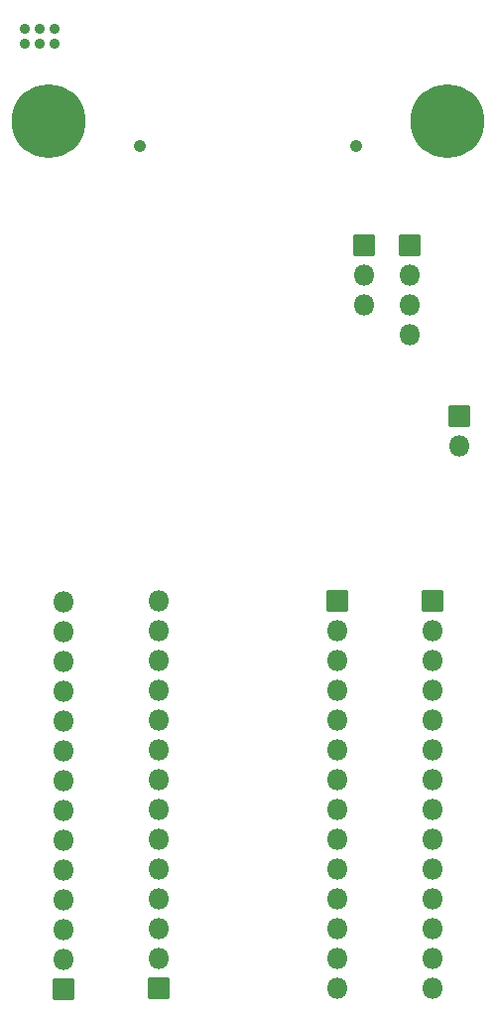
<source format=gbr>
%TF.GenerationSoftware,KiCad,Pcbnew,7.0.1*%
%TF.CreationDate,2023-09-03T17:39:56-04:00*%
%TF.ProjectId,syzygy-breakout-flash-1V8,73797a79-6779-42d6-9272-65616b6f7574,r1.0*%
%TF.SameCoordinates,PX66851e0PY4d70380*%
%TF.FileFunction,Soldermask,Top*%
%TF.FilePolarity,Negative*%
%FSLAX46Y46*%
G04 Gerber Fmt 4.6, Leading zero omitted, Abs format (unit mm)*
G04 Created by KiCad (PCBNEW 7.0.1) date 2023-09-03 17:39:56*
%MOMM*%
%LPD*%
G01*
G04 APERTURE LIST*
G04 Aperture macros list*
%AMRoundRect*
0 Rectangle with rounded corners*
0 $1 Rounding radius*
0 $2 $3 $4 $5 $6 $7 $8 $9 X,Y pos of 4 corners*
0 Add a 4 corners polygon primitive as box body*
4,1,4,$2,$3,$4,$5,$6,$7,$8,$9,$2,$3,0*
0 Add four circle primitives for the rounded corners*
1,1,$1+$1,$2,$3*
1,1,$1+$1,$4,$5*
1,1,$1+$1,$6,$7*
1,1,$1+$1,$8,$9*
0 Add four rect primitives between the rounded corners*
20,1,$1+$1,$2,$3,$4,$5,0*
20,1,$1+$1,$4,$5,$6,$7,0*
20,1,$1+$1,$6,$7,$8,$9,0*
20,1,$1+$1,$8,$9,$2,$3,0*%
G04 Aperture macros list end*
%ADD10RoundRect,0.050800X-0.850000X-0.850000X0.850000X-0.850000X0.850000X0.850000X-0.850000X0.850000X0*%
%ADD11O,1.801600X1.801600*%
%ADD12RoundRect,0.050800X0.850000X0.850000X-0.850000X0.850000X-0.850000X-0.850000X0.850000X-0.850000X0*%
%ADD13C,0.886460*%
%ADD14C,6.301600*%
%ADD15C,1.051600*%
G04 APERTURE END LIST*
D10*
X40534000Y-34427000D03*
D11*
X40534000Y-36967000D03*
D10*
X30120000Y-50180000D03*
D11*
X30120000Y-52720000D03*
X30120000Y-55260000D03*
X30120000Y-57800000D03*
X30120000Y-60340000D03*
X30120000Y-62880000D03*
X30120000Y-65420000D03*
X30120000Y-67960000D03*
X30120000Y-70500000D03*
X30120000Y-73040000D03*
X30120000Y-75580000D03*
X30120000Y-78120000D03*
X30120000Y-80660000D03*
X30120000Y-83200000D03*
D10*
X36298000Y-19892000D03*
D11*
X36298000Y-22432000D03*
X36298000Y-24972000D03*
X36298000Y-27512000D03*
D10*
X32368300Y-19864400D03*
D11*
X32368300Y-22404400D03*
X32368300Y-24944400D03*
D12*
X14877200Y-83200000D03*
D11*
X14877200Y-80660000D03*
X14877200Y-78120000D03*
X14877200Y-75580000D03*
X14877200Y-73040000D03*
X14877200Y-70500000D03*
X14877200Y-67960000D03*
X14877200Y-65420000D03*
X14877200Y-62880000D03*
X14877200Y-60340000D03*
X14877200Y-57800000D03*
X14877200Y-55260000D03*
X14877200Y-52720000D03*
X14877200Y-50180000D03*
D10*
X38248000Y-50180000D03*
D11*
X38248000Y-52720000D03*
X38248000Y-55260000D03*
X38248000Y-57800000D03*
X38248000Y-60340000D03*
X38248000Y-62880000D03*
X38248000Y-65420000D03*
X38248000Y-67960000D03*
X38248000Y-70500000D03*
X38248000Y-73040000D03*
X38248000Y-75580000D03*
X38248000Y-78120000D03*
X38248000Y-80660000D03*
X38248000Y-83200000D03*
D12*
X6749200Y-83290400D03*
D11*
X6749200Y-80750400D03*
X6749200Y-78210400D03*
X6749200Y-75670400D03*
X6749200Y-73130400D03*
X6749200Y-70590400D03*
X6749200Y-68050400D03*
X6749200Y-65510400D03*
X6749200Y-62970400D03*
X6749200Y-60430400D03*
X6749200Y-57890400D03*
X6749200Y-55350400D03*
X6749200Y-52810400D03*
X6749200Y-50270400D03*
D13*
X5987200Y-1477000D03*
X5987200Y-2747000D03*
X4717200Y-1477000D03*
X4717200Y-2747000D03*
X3447200Y-1477000D03*
X3447200Y-2747000D03*
D14*
X39482000Y-9286000D03*
D15*
X31722000Y-11436000D03*
X13242000Y-11436000D03*
D14*
X5482000Y-9286000D03*
M02*

</source>
